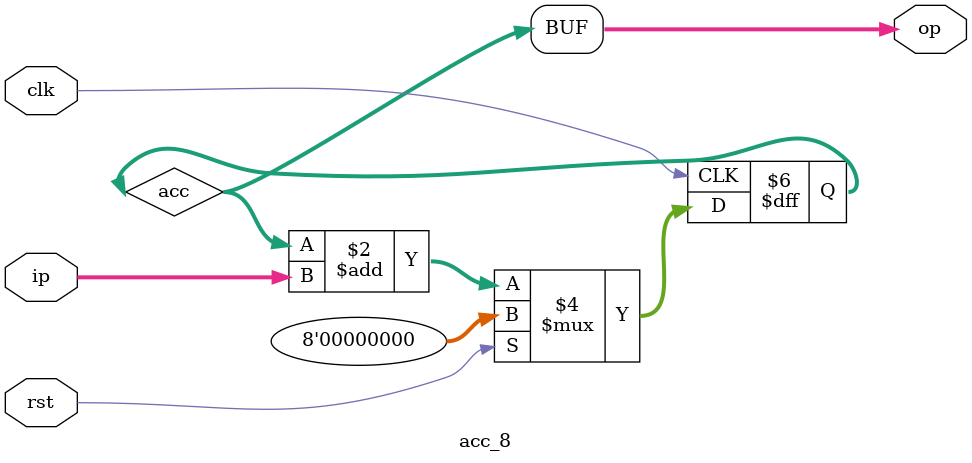
<source format=v>
module acc_8(clk,rst,ip,op);
input clk,rst;
input [7:0]ip;
output [7:0]op;

reg [7:0]acc;


always@(posedge clk)
begin

if(rst)

  acc=8'b0;
  
else    
    
  acc=acc+ip;
      
end

assign op=acc;
  
endmodule


</source>
